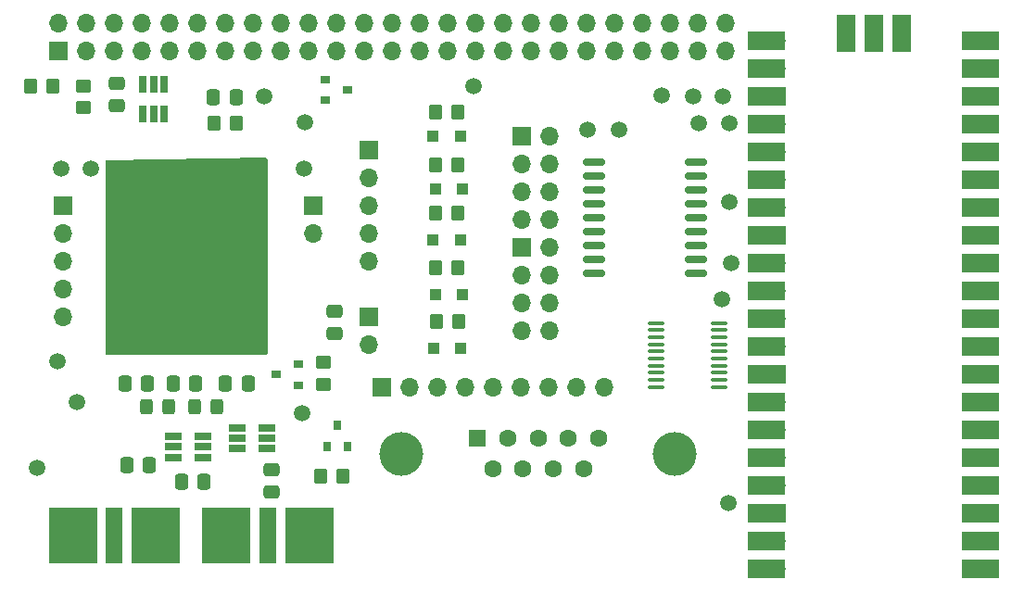
<source format=gts>
G04 #@! TF.GenerationSoftware,KiCad,Pcbnew,6.0.2+dfsg-1*
G04 #@! TF.CreationDate,2023-03-30T12:38:24-04:00*
G04 #@! TF.ProjectId,HL2IOBoard,484c3249-4f42-46f6-9172-642e6b696361,E*
G04 #@! TF.SameCoordinates,Original*
G04 #@! TF.FileFunction,Soldermask,Top*
G04 #@! TF.FilePolarity,Negative*
%FSLAX46Y46*%
G04 Gerber Fmt 4.6, Leading zero omitted, Abs format (unit mm)*
G04 Created by KiCad (PCBNEW 6.0.2+dfsg-1) date 2023-03-30 12:38:24*
%MOMM*%
%LPD*%
G01*
G04 APERTURE LIST*
G04 Aperture macros list*
%AMRoundRect*
0 Rectangle with rounded corners*
0 $1 Rounding radius*
0 $2 $3 $4 $5 $6 $7 $8 $9 X,Y pos of 4 corners*
0 Add a 4 corners polygon primitive as box body*
4,1,4,$2,$3,$4,$5,$6,$7,$8,$9,$2,$3,0*
0 Add four circle primitives for the rounded corners*
1,1,$1+$1,$2,$3*
1,1,$1+$1,$4,$5*
1,1,$1+$1,$6,$7*
1,1,$1+$1,$8,$9*
0 Add four rect primitives between the rounded corners*
20,1,$1+$1,$2,$3,$4,$5,0*
20,1,$1+$1,$4,$5,$6,$7,0*
20,1,$1+$1,$6,$7,$8,$9,0*
20,1,$1+$1,$8,$9,$2,$3,0*%
G04 Aperture macros list end*
%ADD10R,1.600000X5.200000*%
%ADD11R,4.400000X5.200000*%
%ADD12RoundRect,0.250000X-0.337500X-0.475000X0.337500X-0.475000X0.337500X0.475000X-0.337500X0.475000X0*%
%ADD13R,0.900000X0.800000*%
%ADD14RoundRect,0.250000X0.350000X0.450000X-0.350000X0.450000X-0.350000X-0.450000X0.350000X-0.450000X0*%
%ADD15RoundRect,0.250000X0.450000X-0.350000X0.450000X0.350000X-0.450000X0.350000X-0.450000X-0.350000X0*%
%ADD16R,0.650000X1.560000*%
%ADD17R,1.560000X0.650000*%
%ADD18RoundRect,0.250000X-0.450000X0.350000X-0.450000X-0.350000X0.450000X-0.350000X0.450000X0.350000X0*%
%ADD19RoundRect,0.100000X0.637500X0.100000X-0.637500X0.100000X-0.637500X-0.100000X0.637500X-0.100000X0*%
%ADD20RoundRect,0.250000X0.475000X-0.337500X0.475000X0.337500X-0.475000X0.337500X-0.475000X-0.337500X0*%
%ADD21RoundRect,0.250000X0.337500X0.475000X-0.337500X0.475000X-0.337500X-0.475000X0.337500X-0.475000X0*%
%ADD22C,4.000000*%
%ADD23R,1.600000X1.600000*%
%ADD24C,1.600000*%
%ADD25R,0.800000X0.900000*%
%ADD26RoundRect,0.250000X-0.350000X-0.450000X0.350000X-0.450000X0.350000X0.450000X-0.350000X0.450000X0*%
%ADD27R,1.700000X1.700000*%
%ADD28O,1.700000X1.700000*%
%ADD29R,3.500000X1.700000*%
%ADD30R,1.700000X3.500000*%
%ADD31RoundRect,0.250000X0.325000X0.450000X-0.325000X0.450000X-0.325000X-0.450000X0.325000X-0.450000X0*%
%ADD32RoundRect,0.250000X-0.325000X-0.450000X0.325000X-0.450000X0.325000X0.450000X-0.325000X0.450000X0*%
%ADD33R,1.000000X1.000000*%
%ADD34C,1.500000*%
%ADD35RoundRect,0.150000X0.875000X0.150000X-0.875000X0.150000X-0.875000X-0.150000X0.875000X-0.150000X0*%
G04 APERTURE END LIST*
D10*
X126620000Y-130510000D03*
D11*
X122820000Y-130510000D03*
X130420000Y-130510000D03*
D10*
X112620000Y-130510000D03*
D11*
X108820000Y-130510000D03*
X116420000Y-130510000D03*
D12*
X122762500Y-116600000D03*
X124837500Y-116600000D03*
X117962500Y-116600000D03*
X120037500Y-116600000D03*
X113562500Y-116600000D03*
X115637500Y-116600000D03*
D13*
X131900000Y-88850000D03*
X131900000Y-90750000D03*
X133900000Y-89800000D03*
D14*
X107000000Y-89400000D03*
X105000000Y-89400000D03*
D15*
X109800000Y-91400000D03*
X109800000Y-89400000D03*
D16*
X117150000Y-89250000D03*
X116200000Y-89250000D03*
X115250000Y-89250000D03*
X115250000Y-91950000D03*
X116200000Y-91950000D03*
X117150000Y-91950000D03*
D17*
X118030000Y-121450000D03*
X118030000Y-122400000D03*
X118030000Y-123350000D03*
X120730000Y-123350000D03*
X120730000Y-122400000D03*
X120730000Y-121450000D03*
D13*
X129400000Y-116750000D03*
X129400000Y-114850000D03*
X127400000Y-115800000D03*
D18*
X131700000Y-114700000D03*
X131700000Y-116700000D03*
D19*
X167862500Y-116925000D03*
X167862500Y-116275000D03*
X167862500Y-115625000D03*
X167862500Y-114975000D03*
X167862500Y-114325000D03*
X167862500Y-113675000D03*
X167862500Y-113025000D03*
X167862500Y-112375000D03*
X167862500Y-111725000D03*
X167862500Y-111075000D03*
X162137500Y-111075000D03*
X162137500Y-111725000D03*
X162137500Y-112375000D03*
X162137500Y-113025000D03*
X162137500Y-113675000D03*
X162137500Y-114325000D03*
X162137500Y-114975000D03*
X162137500Y-115625000D03*
X162137500Y-116275000D03*
X162137500Y-116925000D03*
D20*
X127000000Y-126537500D03*
X127000000Y-124462500D03*
D21*
X115837500Y-124100000D03*
X113762500Y-124100000D03*
X120837500Y-125600000D03*
X118762500Y-125600000D03*
D20*
X112800000Y-91237500D03*
X112800000Y-89162500D03*
D17*
X123850000Y-120650000D03*
X123850000Y-121600000D03*
X123850000Y-122550000D03*
X126550000Y-122550000D03*
X126550000Y-121600000D03*
X126550000Y-120650000D03*
D22*
X138840000Y-123020000D03*
X163840000Y-123020000D03*
D23*
X145800000Y-121600000D03*
D24*
X148570000Y-121600000D03*
X151340000Y-121600000D03*
X154110000Y-121600000D03*
X156880000Y-121600000D03*
X147185000Y-124440000D03*
X149955000Y-124440000D03*
X152725000Y-124440000D03*
X155495000Y-124440000D03*
D25*
X132050000Y-122400000D03*
X133950000Y-122400000D03*
X133000000Y-120400000D03*
D26*
X142070000Y-110920000D03*
X144070000Y-110920000D03*
D14*
X133500000Y-125100000D03*
X131500000Y-125100000D03*
D27*
X149860000Y-104140000D03*
D28*
X152400000Y-104140000D03*
X149860000Y-106680000D03*
X152400000Y-106680000D03*
X149860000Y-109220000D03*
X152400000Y-109220000D03*
X149860000Y-111760000D03*
X152400000Y-111760000D03*
D27*
X149860000Y-93980000D03*
D28*
X152400000Y-93980000D03*
X149860000Y-96520000D03*
X152400000Y-96520000D03*
X149860000Y-99060000D03*
X152400000Y-99060000D03*
X149860000Y-101600000D03*
X152400000Y-101600000D03*
D26*
X142000000Y-101000000D03*
X144000000Y-101000000D03*
X142000000Y-96600000D03*
X144000000Y-96600000D03*
X142000000Y-106000000D03*
X144000000Y-106000000D03*
X142000000Y-91800000D03*
X144000000Y-91800000D03*
D27*
X135890000Y-95250000D03*
D28*
X135890000Y-97790000D03*
X135890000Y-100330000D03*
X135890000Y-102870000D03*
X135890000Y-105410000D03*
D27*
X130810000Y-100330000D03*
D28*
X130810000Y-102870000D03*
D29*
X191790000Y-133530000D03*
D28*
X190890000Y-133530000D03*
X190890000Y-130990000D03*
D29*
X191790000Y-130990000D03*
D27*
X190890000Y-128450000D03*
D29*
X191790000Y-128450000D03*
X191790000Y-125910000D03*
D28*
X190890000Y-125910000D03*
D29*
X191790000Y-123370000D03*
D28*
X190890000Y-123370000D03*
X190890000Y-120830000D03*
D29*
X191790000Y-120830000D03*
D28*
X190890000Y-118290000D03*
D29*
X191790000Y-118290000D03*
D27*
X190890000Y-115750000D03*
D29*
X191790000Y-115750000D03*
D28*
X190890000Y-113210000D03*
D29*
X191790000Y-113210000D03*
X191790000Y-110670000D03*
D28*
X190890000Y-110670000D03*
D29*
X191790000Y-108130000D03*
D28*
X190890000Y-108130000D03*
X190890000Y-105590000D03*
D29*
X191790000Y-105590000D03*
D27*
X190890000Y-103050000D03*
D29*
X191790000Y-103050000D03*
X191790000Y-100510000D03*
D28*
X190890000Y-100510000D03*
D29*
X191790000Y-97970000D03*
D28*
X190890000Y-97970000D03*
X190890000Y-95430000D03*
D29*
X191790000Y-95430000D03*
D28*
X190890000Y-92890000D03*
D29*
X191790000Y-92890000D03*
X191790000Y-90350000D03*
D27*
X190890000Y-90350000D03*
D28*
X190890000Y-87810000D03*
D29*
X191790000Y-87810000D03*
X191790000Y-85270000D03*
D28*
X190890000Y-85270000D03*
X173110000Y-85270000D03*
D29*
X172210000Y-85270000D03*
D28*
X173110000Y-87810000D03*
D29*
X172210000Y-87810000D03*
D27*
X173110000Y-90350000D03*
D29*
X172210000Y-90350000D03*
X172210000Y-92890000D03*
D28*
X173110000Y-92890000D03*
X173110000Y-95430000D03*
D29*
X172210000Y-95430000D03*
X172210000Y-97970000D03*
D28*
X173110000Y-97970000D03*
D29*
X172210000Y-100510000D03*
D28*
X173110000Y-100510000D03*
D27*
X173110000Y-103050000D03*
D29*
X172210000Y-103050000D03*
D28*
X173110000Y-105590000D03*
D29*
X172210000Y-105590000D03*
D28*
X173110000Y-108130000D03*
D29*
X172210000Y-108130000D03*
X172210000Y-110670000D03*
D28*
X173110000Y-110670000D03*
D29*
X172210000Y-113210000D03*
D28*
X173110000Y-113210000D03*
D29*
X172210000Y-115750000D03*
D27*
X173110000Y-115750000D03*
D29*
X172210000Y-118290000D03*
D28*
X173110000Y-118290000D03*
X173110000Y-120830000D03*
D29*
X172210000Y-120830000D03*
X172210000Y-123370000D03*
D28*
X173110000Y-123370000D03*
X173110000Y-125910000D03*
D29*
X172210000Y-125910000D03*
D27*
X173110000Y-128450000D03*
D29*
X172210000Y-128450000D03*
D28*
X173110000Y-130990000D03*
D29*
X172210000Y-130990000D03*
D28*
X173110000Y-133530000D03*
D29*
X172210000Y-133530000D03*
D30*
X184540000Y-84600000D03*
D28*
X184540000Y-85500000D03*
D27*
X182000000Y-85500000D03*
D30*
X182000000Y-84600000D03*
X179460000Y-84600000D03*
D28*
X179460000Y-85500000D03*
D27*
X107540000Y-86260000D03*
D28*
X107540000Y-83720000D03*
X110080000Y-86260000D03*
X110080000Y-83720000D03*
X112620000Y-86260000D03*
X112620000Y-83720000D03*
X115160000Y-86260000D03*
X115160000Y-83720000D03*
X117700000Y-86260000D03*
X117700000Y-83720000D03*
X120240000Y-86260000D03*
X120240000Y-83720000D03*
X122780000Y-86260000D03*
X122780000Y-83720000D03*
X125320000Y-86260000D03*
X125320000Y-83720000D03*
X127860000Y-86260000D03*
X127860000Y-83720000D03*
X130400000Y-86260000D03*
X130400000Y-83720000D03*
X132940000Y-86260000D03*
X132940000Y-83720000D03*
X135480000Y-86260000D03*
X135480000Y-83720000D03*
X138020000Y-86260000D03*
X138020000Y-83720000D03*
X140560000Y-86260000D03*
X140560000Y-83720000D03*
X143100000Y-86260000D03*
X143100000Y-83720000D03*
X145640000Y-86260000D03*
X145640000Y-83720000D03*
X148180000Y-86260000D03*
X148180000Y-83720000D03*
X150720000Y-86260000D03*
X150720000Y-83720000D03*
X153260000Y-86260000D03*
X153260000Y-83720000D03*
X155800000Y-86260000D03*
X155800000Y-83720000D03*
X158340000Y-86260000D03*
X158340000Y-83720000D03*
X160880000Y-86260000D03*
X160880000Y-83720000D03*
X163420000Y-86260000D03*
X163420000Y-83720000D03*
X165960000Y-86260000D03*
X165960000Y-83720000D03*
X168500000Y-86260000D03*
X168500000Y-83720000D03*
D31*
X122025000Y-118730000D03*
X119975000Y-118730000D03*
D32*
X115525000Y-118770000D03*
X117575000Y-118770000D03*
D20*
X132750000Y-112087500D03*
X132750000Y-110012500D03*
D33*
X144290000Y-113410000D03*
X141790000Y-113410000D03*
X144430000Y-108450000D03*
X141930000Y-108450000D03*
X144250000Y-103500000D03*
X141750000Y-103500000D03*
X144450000Y-98800000D03*
X141950000Y-98800000D03*
X144250000Y-94000000D03*
X141750000Y-94000000D03*
D27*
X107950000Y-100330000D03*
D28*
X107950000Y-102870000D03*
X107950000Y-105410000D03*
X107950000Y-107950000D03*
X107950000Y-110490000D03*
D27*
X135890000Y-110490000D03*
D28*
X135890000Y-113030000D03*
D12*
X121662500Y-90470000D03*
X123737500Y-90470000D03*
D14*
X123730000Y-92800000D03*
X121730000Y-92800000D03*
D34*
X168690000Y-127500000D03*
X126280000Y-90380000D03*
X105540000Y-124330000D03*
D27*
X137020000Y-116930000D03*
D28*
X139560000Y-116930000D03*
X142100000Y-116930000D03*
X144640000Y-116930000D03*
X147180000Y-116930000D03*
X149720000Y-116930000D03*
X152260000Y-116930000D03*
X154800000Y-116930000D03*
X157340000Y-116930000D03*
D34*
X168100000Y-108900000D03*
X129800000Y-119300000D03*
X107420000Y-114570000D03*
X107800000Y-97000000D03*
X129930000Y-96950000D03*
X109190000Y-118300000D03*
X110490000Y-97000000D03*
X168170000Y-90360000D03*
X165500000Y-90340000D03*
X162620000Y-90320000D03*
X130000000Y-92720000D03*
X145470000Y-89420000D03*
X168830000Y-100050000D03*
X168950000Y-105570000D03*
X155870000Y-93410000D03*
X158730000Y-93440000D03*
X166000000Y-92800000D03*
X168800000Y-92800000D03*
D35*
X165730000Y-106560000D03*
X165730000Y-105290000D03*
X165730000Y-104020000D03*
X165730000Y-102750000D03*
X165730000Y-101480000D03*
X165730000Y-100210000D03*
X165730000Y-98940000D03*
X165730000Y-97670000D03*
X165730000Y-96400000D03*
X156430000Y-96400000D03*
X156430000Y-97670000D03*
X156430000Y-98940000D03*
X156430000Y-100210000D03*
X156430000Y-101480000D03*
X156430000Y-102750000D03*
X156430000Y-104020000D03*
X156430000Y-105290000D03*
X156430000Y-106560000D03*
G36*
X126540682Y-96020805D02*
G01*
X126587896Y-96073828D01*
X126600000Y-96127714D01*
X126600000Y-113874000D01*
X126579998Y-113942121D01*
X126526342Y-113988614D01*
X126474000Y-114000000D01*
X111926000Y-114000000D01*
X111857879Y-113979998D01*
X111811386Y-113926342D01*
X111800000Y-113874000D01*
X111800000Y-96324308D01*
X111820002Y-96256187D01*
X111873658Y-96209694D01*
X111924297Y-96198320D01*
X126472297Y-96001726D01*
X126540682Y-96020805D01*
G37*
M02*

</source>
